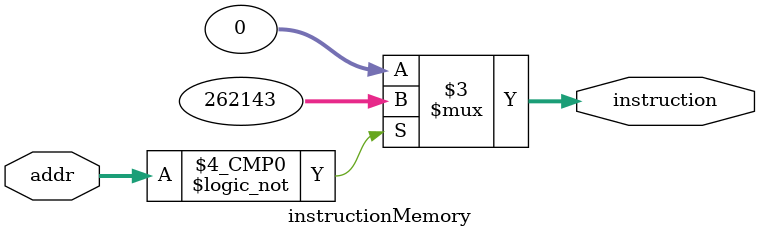
<source format=v>
module instructionMemory(addr, instruction);
	parameter dataWidth = 32;
	parameter addrSize = 32;
	
	input [addrSize-1:0] addr;
	output [dataWidth-1:0] instruction;
	
	reg [dataWidth-1:0] instruction;
	
	always@(addr) begin
		case (addr)
			0: instruction=32'b00000000000000111111111111111111;
			default: instruction=32'b0;
		endcase
	end
endmodule

</source>
